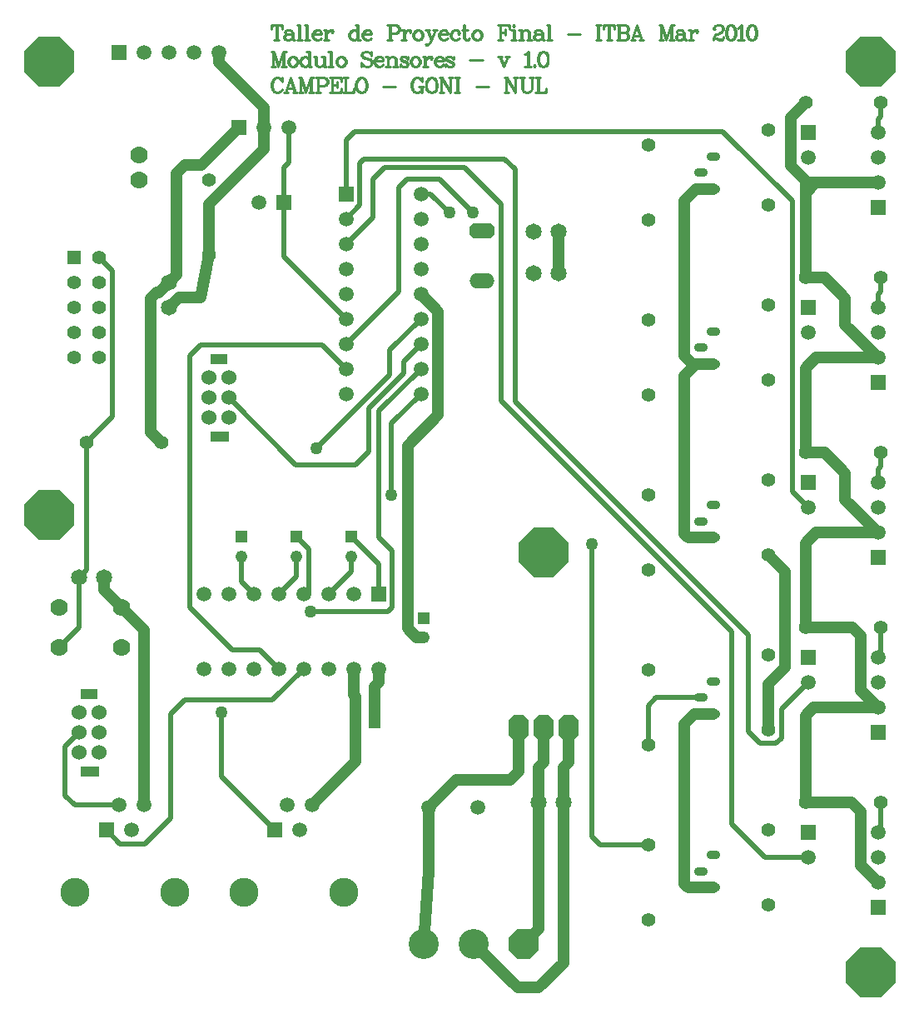
<source format=gtl>
%FSLAX23Y23*%
%MOIN*%
G70*
G01*
G75*
G04 Layer_Physical_Order=1*
G04 Layer_Color=255*
%ADD10C,0.047*%
%ADD11C,0.020*%
%ADD12C,0.010*%
%ADD13C,0.055*%
%ADD14R,0.059X0.059*%
%ADD15C,0.059*%
%ADD16C,0.070*%
%ADD17R,0.059X0.059*%
%ADD18C,0.065*%
%ADD19C,0.120*%
%ADD20P,0.130X8X202.5*%
%ADD21C,0.060*%
G04:AMPARAMS|DCode=22|XSize=80mil|YSize=100mil|CornerRadius=0mil|HoleSize=0mil|Usage=FLASHONLY|Rotation=0.000|XOffset=0mil|YOffset=0mil|HoleType=Round|Shape=Octagon|*
%AMOCTAGOND22*
4,1,8,-0.020,0.050,0.020,0.050,0.040,0.030,0.040,-0.030,0.020,-0.050,-0.020,-0.050,-0.040,-0.030,-0.040,0.030,-0.020,0.050,0.0*
%
%ADD22OCTAGOND22*%

%ADD23P,0.213X8X22.5*%
%ADD24C,0.059*%
%ADD25C,0.116*%
%ADD26R,0.059X0.059*%
%ADD27C,0.049*%
%ADD28R,0.049X0.049*%
%ADD29R,0.049X0.049*%
%ADD30O,0.100X0.060*%
G04:AMPARAMS|DCode=31|XSize=100mil|YSize=60mil|CornerRadius=0mil|HoleSize=0mil|Usage=FLASHONLY|Rotation=0.000|XOffset=0mil|YOffset=0mil|HoleType=Round|Shape=Octagon|*
%AMOCTAGOND31*
4,1,8,0.050,-0.015,0.050,0.015,0.035,0.030,-0.035,0.030,-0.050,0.015,-0.050,-0.015,-0.035,-0.030,0.035,-0.030,0.050,-0.015,0.0*
%
%ADD31OCTAGOND31*%

%ADD32R,0.055X0.055*%
%ADD33C,0.055*%
%ADD34O,0.055X0.035*%
%ADD35P,0.216X8X22.5*%
%ADD36C,0.050*%
%ADD37R,0.070X0.040*%
%ADD38R,0.075X0.040*%
D10*
X4175Y4324D02*
X4192Y4340D01*
X4091Y4408D02*
X4175Y4324D01*
X4192Y4340D02*
X4440D01*
X4150Y4298D02*
X4175Y4324D01*
X4150Y4298D02*
Y4340D01*
X4440D01*
X3712Y3615D02*
X3780D01*
X3697D02*
X3712D01*
X3664Y3567D02*
X3712Y3615D01*
X1340Y2710D02*
Y2760D01*
Y2710D02*
X1410Y2640D01*
X1500Y1850D02*
Y2550D01*
X1410Y2640D02*
X1500Y2550D01*
X3080Y1355D02*
Y1860D01*
X3020Y1296D02*
X3080Y1355D01*
X3160Y4017D02*
Y4145D01*
X3160Y4016D02*
X3160Y4017D01*
X3160Y3977D02*
Y4016D01*
X1600Y3840D02*
X1640Y3880D01*
X1728D01*
X1760Y4050D01*
X1980Y4474D02*
Y4560D01*
X1760Y4254D02*
X1980Y4474D01*
X1760Y4050D02*
Y4254D01*
X4091Y4601D02*
X4150Y4660D01*
X4091Y4408D02*
Y4601D01*
X2640Y1587D02*
Y1840D01*
X2621Y1296D02*
X2640Y1587D01*
X1730Y4410D02*
X1880Y4560D01*
X1664Y4410D02*
X1730D01*
X1632Y4378D02*
X1664Y4410D01*
X1632Y3972D02*
Y4378D01*
X1600Y3940D02*
X1632Y3972D01*
X2424Y2180D02*
Y2326D01*
X2440Y2341D01*
Y2395D01*
X4000Y2150D02*
Y2335D01*
X4067Y2402D01*
Y2783D01*
X4000Y2850D02*
X4067Y2783D01*
X4192Y3640D02*
X4440D01*
X4150Y3598D02*
X4192Y3640D01*
X4150Y3260D02*
Y3598D01*
X2592Y2521D02*
X2620D01*
X2556Y2557D02*
X2592Y2521D01*
X2556Y2557D02*
Y3289D01*
X2679Y3412D01*
Y3826D01*
X2610Y3895D02*
X2679Y3826D01*
X2820Y1296D02*
X2996Y1120D01*
X3082D01*
X3180Y1218D01*
Y1860D01*
X3000Y1984D02*
Y2160D01*
X2968Y1952D02*
X3000Y1984D01*
X2752Y1952D02*
X2968D01*
X2640Y1840D02*
X2752Y1952D01*
X4371Y1609D02*
X4440Y1540D01*
X4371Y1609D02*
Y1824D01*
X4335Y1860D02*
X4371Y1824D01*
X4150Y1860D02*
X4335D01*
X4371Y2309D02*
X4440Y2240D01*
X4371Y2309D02*
Y2528D01*
X4339Y2560D02*
X4371Y2528D01*
X4150Y2560D02*
X4339D01*
X4309Y3771D02*
X4440Y3640D01*
X4309Y3771D02*
Y3878D01*
X4227Y3960D02*
X4309Y3878D01*
X4150Y3960D02*
X4227D01*
X4309Y3071D02*
X4440Y2940D01*
X4309Y3071D02*
Y3178D01*
X4227Y3260D02*
X4309Y3178D01*
X4150Y3260D02*
X4227D01*
X4150Y3960D02*
Y4298D01*
Y1860D02*
Y2208D01*
X4182Y2240D01*
X4440D01*
X4150Y2560D02*
Y2898D01*
X4192Y2940D01*
X4440D01*
X1980Y4560D02*
Y4641D01*
X1800Y4821D02*
X1980Y4641D01*
X1800Y4821D02*
Y4860D01*
X2175Y1852D02*
X2346Y2023D01*
Y2180D01*
X1529Y3341D02*
X1570Y3300D01*
X1529Y3341D02*
Y3877D01*
X1552Y3900D01*
X1560D01*
X1600Y3940D01*
X3712Y4315D02*
X3780D01*
X3664Y4267D02*
X3712Y4315D01*
X3664Y3648D02*
Y4267D01*
Y3648D02*
X3697Y3615D01*
X3680Y1520D02*
X3780D01*
X3664Y1536D02*
X3680Y1520D01*
X3664Y1536D02*
Y2176D01*
X3703Y2215D01*
X3780D01*
X3680Y2920D02*
X3780D01*
X3664Y2936D02*
X3680Y2920D01*
X3664Y2936D02*
Y3567D01*
X3712Y3615D02*
X3780D01*
X2340Y2290D02*
Y2395D01*
Y2290D02*
X2346Y2284D01*
Y2180D02*
Y2284D01*
X3100Y2020D02*
Y2160D01*
X3080Y2000D02*
X3100Y2020D01*
X3080Y1860D02*
Y2000D01*
X3200Y2020D02*
Y2160D01*
X3180Y2000D02*
X3200Y2020D01*
X3180Y1860D02*
Y2000D01*
D11*
X2160Y2695D02*
Y2874D01*
X3328Y1690D02*
X3520D01*
X3295Y1723D02*
X3328Y1690D01*
X3295Y1723D02*
Y2895D01*
X2492Y3090D02*
Y3377D01*
X2610Y3495D01*
X2684Y4354D02*
X2817Y4221D01*
X2555Y4354D02*
X2684D01*
X2521Y4320D02*
X2555Y4354D01*
X2521Y3906D02*
Y4320D01*
X2310Y3695D02*
X2521Y3906D01*
X2310Y4295D02*
Y4512D01*
X2344Y4546D01*
X3819D01*
X4097Y4268D01*
Y3103D02*
Y4268D01*
Y3103D02*
X4160Y3040D01*
X1811Y1966D02*
X2025Y1752D01*
X1811Y1966D02*
Y2220D01*
X2169Y2624D02*
X2479D01*
X2495Y2640D01*
Y2868D01*
X2442Y2921D02*
X2495Y2868D01*
X2442Y2921D02*
Y3427D01*
X2610Y3595D01*
X1890Y2745D02*
Y2846D01*
Y2745D02*
X1940Y2695D01*
X2110Y2765D02*
Y2846D01*
X2040Y2695D02*
X2110Y2765D01*
X1270Y2790D02*
Y3300D01*
X1240Y2760D02*
X1270Y2790D01*
X1240Y2560D02*
Y2760D01*
X1160Y2480D02*
X1240Y2560D01*
X2192Y3279D02*
X2485Y3572D01*
Y3670D01*
X2610Y3795D01*
X1350Y1750D02*
X1405Y1695D01*
X1505D01*
X1607Y1797D01*
Y2213D01*
X1664Y2270D01*
X2015D01*
X2140Y2395D01*
X2610Y4295D02*
X2649D01*
X2723Y4221D01*
X3988Y1640D02*
X4160D01*
X3855Y1773D02*
X3988Y1640D01*
X3855Y1773D02*
Y2544D01*
X2930Y3469D02*
X3855Y2544D01*
X2930Y3469D02*
Y4255D01*
X2785Y4400D02*
X2930Y4255D01*
X2464Y4400D02*
X2785D01*
X2417Y4353D02*
X2464Y4400D01*
X2417Y4202D02*
Y4353D01*
X2310Y4095D02*
X2417Y4202D01*
X4053Y2233D02*
X4160Y2340D01*
X4053Y2118D02*
Y2233D01*
X4032Y2097D02*
X4053Y2118D01*
X3968Y2097D02*
X4032D01*
X3921Y2144D02*
X3968Y2097D01*
X3921Y2144D02*
Y2531D01*
X2986Y3466D02*
X3921Y2531D01*
X2986Y3466D02*
Y4393D01*
X2944Y4435D02*
X2986Y4393D01*
X2382Y4435D02*
X2944D01*
X2365Y4418D02*
X2382Y4435D01*
X2365Y4250D02*
Y4418D01*
X2310Y4195D02*
X2365Y4250D01*
X2541Y3626D02*
X2610Y3695D01*
X2541Y3579D02*
Y3626D01*
X2400Y3437D02*
X2541Y3579D01*
X2400Y3264D02*
Y3437D01*
X2347Y3211D02*
X2400Y3264D01*
X2109Y3211D02*
X2347D01*
X1840Y3480D02*
X2109Y3211D01*
X1965Y2470D02*
X2040Y2395D01*
X1855Y2470D02*
X1965D01*
X1685Y2640D02*
X1855Y2470D01*
X1685Y2640D02*
Y3648D01*
X1728Y3691D01*
X2214D01*
X2310Y3595D01*
X3520Y2090D02*
Y2248D01*
X3552Y2280D01*
X3730D01*
X4440Y1740D02*
X4450Y1750D01*
Y1860D01*
X4440Y2440D02*
X4450Y2450D01*
Y2560D01*
X2240Y2695D02*
X2330Y2785D01*
Y2846D01*
X1223Y1850D02*
X1400D01*
X1185Y1888D02*
X1223Y1850D01*
X1185Y1888D02*
Y2085D01*
X1240Y2140D01*
X2060Y4045D02*
Y4260D01*
Y4045D02*
X2310Y3795D01*
X2330Y2924D02*
X2440Y2814D01*
Y2695D02*
Y2814D01*
X2140Y2695D02*
X2160D01*
X2110Y2924D02*
X2160Y2874D01*
X1270Y3300D02*
X1373Y3403D01*
Y3987D01*
X1320Y4040D02*
X1373Y3987D01*
X2080Y4420D02*
Y4560D01*
X2060Y4400D02*
X2080Y4420D01*
X2060Y4260D02*
Y4400D01*
X4450Y4605D02*
Y4660D01*
X4440Y4595D02*
X4450Y4605D01*
X4440Y4540D02*
Y4595D01*
X4450Y3905D02*
Y3960D01*
X4440Y3895D02*
X4450Y3905D01*
X4440Y3840D02*
Y3895D01*
X4450Y3205D02*
Y3260D01*
X4440Y3195D02*
X4450Y3205D01*
X4440Y3140D02*
Y3195D01*
D12*
X2030Y4970D02*
Y4910D01*
X2033Y4970D02*
Y4910D01*
X2013Y4970D02*
X2010Y4953D01*
Y4970D01*
X2053D01*
Y4953D01*
X2050Y4970D01*
X2021Y4910D02*
X2041D01*
X2067Y4944D02*
Y4941D01*
X2064D01*
Y4944D01*
X2067Y4947D01*
X2073Y4950D01*
X2084D01*
X2090Y4947D01*
X2093Y4944D01*
X2096Y4939D01*
Y4919D01*
X2099Y4913D01*
X2101Y4910D01*
X2093Y4944D02*
Y4919D01*
X2096Y4913D01*
X2101Y4910D01*
X2104D01*
X2093Y4939D02*
X2090Y4936D01*
X2073Y4933D01*
X2064Y4930D01*
X2061Y4924D01*
Y4919D01*
X2064Y4913D01*
X2073Y4910D01*
X2081D01*
X2087Y4913D01*
X2093Y4919D01*
X2073Y4933D02*
X2067Y4930D01*
X2064Y4924D01*
Y4919D01*
X2067Y4913D01*
X2073Y4910D01*
X2121Y4970D02*
Y4910D01*
X2124Y4970D02*
Y4910D01*
X2113Y4970D02*
X2124D01*
X2113Y4910D02*
X2133D01*
X2152Y4970D02*
Y4910D01*
X2155Y4970D02*
Y4910D01*
X2144Y4970D02*
X2155D01*
X2144Y4910D02*
X2164D01*
X2177Y4933D02*
X2212D01*
Y4939D01*
X2209Y4944D01*
X2206Y4947D01*
X2200Y4950D01*
X2192D01*
X2183Y4947D01*
X2177Y4941D01*
X2175Y4933D01*
Y4927D01*
X2177Y4919D01*
X2183Y4913D01*
X2192Y4910D01*
X2197D01*
X2206Y4913D01*
X2212Y4919D01*
X2209Y4933D02*
Y4941D01*
X2206Y4947D01*
X2192Y4950D02*
X2186Y4947D01*
X2180Y4941D01*
X2177Y4933D01*
Y4927D01*
X2180Y4919D01*
X2186Y4913D01*
X2192Y4910D01*
X2229Y4950D02*
Y4910D01*
X2232Y4950D02*
Y4910D01*
Y4933D02*
X2235Y4941D01*
X2241Y4947D01*
X2247Y4950D01*
X2255D01*
X2258Y4947D01*
Y4944D01*
X2255Y4941D01*
X2252Y4944D01*
X2255Y4947D01*
X2221Y4950D02*
X2232D01*
X2221Y4910D02*
X2241D01*
X2355Y4970D02*
Y4910D01*
X2358Y4970D02*
Y4910D01*
X2355Y4941D02*
X2350Y4947D01*
X2344Y4950D01*
X2338D01*
X2330Y4947D01*
X2324Y4941D01*
X2321Y4933D01*
Y4927D01*
X2324Y4919D01*
X2330Y4913D01*
X2338Y4910D01*
X2344D01*
X2350Y4913D01*
X2355Y4919D01*
X2338Y4950D02*
X2333Y4947D01*
X2327Y4941D01*
X2324Y4933D01*
Y4927D01*
X2327Y4919D01*
X2333Y4913D01*
X2338Y4910D01*
X2347Y4970D02*
X2358D01*
X2355Y4910D02*
X2367D01*
X2378Y4933D02*
X2412D01*
Y4939D01*
X2409Y4944D01*
X2406Y4947D01*
X2401Y4950D01*
X2392D01*
X2384Y4947D01*
X2378Y4941D01*
X2375Y4933D01*
Y4927D01*
X2378Y4919D01*
X2384Y4913D01*
X2392Y4910D01*
X2398D01*
X2406Y4913D01*
X2412Y4919D01*
X2409Y4933D02*
Y4941D01*
X2406Y4947D01*
X2392Y4950D02*
X2386Y4947D01*
X2381Y4941D01*
X2378Y4933D01*
Y4927D01*
X2381Y4919D01*
X2386Y4913D01*
X2392Y4910D01*
X2484Y4970D02*
Y4910D01*
X2487Y4970D02*
Y4910D01*
X2475Y4970D02*
X2510D01*
X2518Y4967D01*
X2521Y4964D01*
X2524Y4959D01*
Y4950D01*
X2521Y4944D01*
X2518Y4941D01*
X2510Y4939D01*
X2487D01*
X2510Y4970D02*
X2515Y4967D01*
X2518Y4964D01*
X2521Y4959D01*
Y4950D01*
X2518Y4944D01*
X2515Y4941D01*
X2510Y4939D01*
X2475Y4910D02*
X2495D01*
X2540Y4950D02*
Y4910D01*
X2543Y4950D02*
Y4910D01*
Y4933D02*
X2546Y4941D01*
X2552Y4947D01*
X2558Y4950D01*
X2566D01*
X2569Y4947D01*
Y4944D01*
X2566Y4941D01*
X2563Y4944D01*
X2566Y4947D01*
X2532Y4950D02*
X2543D01*
X2532Y4910D02*
X2552D01*
X2595Y4950D02*
X2587Y4947D01*
X2581Y4941D01*
X2578Y4933D01*
Y4927D01*
X2581Y4919D01*
X2587Y4913D01*
X2595Y4910D01*
X2601D01*
X2610Y4913D01*
X2615Y4919D01*
X2618Y4927D01*
Y4933D01*
X2615Y4941D01*
X2610Y4947D01*
X2601Y4950D01*
X2595D01*
X2590Y4947D01*
X2584Y4941D01*
X2581Y4933D01*
Y4927D01*
X2584Y4919D01*
X2590Y4913D01*
X2595Y4910D01*
X2601D02*
X2607Y4913D01*
X2612Y4919D01*
X2615Y4927D01*
Y4933D01*
X2612Y4941D01*
X2607Y4947D01*
X2601Y4950D01*
X2633D02*
X2650Y4910D01*
X2636Y4950D02*
X2650Y4916D01*
X2667Y4950D02*
X2650Y4910D01*
X2644Y4899D01*
X2638Y4893D01*
X2633Y4890D01*
X2630D01*
X2627Y4893D01*
X2630Y4896D01*
X2633Y4893D01*
X2627Y4950D02*
X2644D01*
X2656D02*
X2673D01*
X2684Y4933D02*
X2718D01*
Y4939D01*
X2715Y4944D01*
X2712Y4947D01*
X2707Y4950D01*
X2698D01*
X2690Y4947D01*
X2684Y4941D01*
X2681Y4933D01*
Y4927D01*
X2684Y4919D01*
X2690Y4913D01*
X2698Y4910D01*
X2704D01*
X2712Y4913D01*
X2718Y4919D01*
X2715Y4933D02*
Y4941D01*
X2712Y4947D01*
X2698Y4950D02*
X2692Y4947D01*
X2687Y4941D01*
X2684Y4933D01*
Y4927D01*
X2687Y4919D01*
X2692Y4913D01*
X2698Y4910D01*
X2762Y4941D02*
X2759Y4939D01*
X2762Y4936D01*
X2764Y4939D01*
Y4941D01*
X2759Y4947D01*
X2753Y4950D01*
X2744D01*
X2736Y4947D01*
X2730Y4941D01*
X2727Y4933D01*
Y4927D01*
X2730Y4919D01*
X2736Y4913D01*
X2744Y4910D01*
X2750D01*
X2759Y4913D01*
X2764Y4919D01*
X2744Y4950D02*
X2739Y4947D01*
X2733Y4941D01*
X2730Y4933D01*
Y4927D01*
X2733Y4919D01*
X2739Y4913D01*
X2744Y4910D01*
X2791D02*
X2788Y4913D01*
X2785Y4921D01*
Y4970D01*
X2782D01*
Y4921D01*
X2785Y4913D01*
X2791Y4910D01*
X2796D01*
X2802Y4913D01*
X2805Y4919D01*
X2774Y4950D02*
X2796D01*
X2832D02*
X2823Y4947D01*
X2818Y4941D01*
X2815Y4933D01*
Y4927D01*
X2818Y4919D01*
X2823Y4913D01*
X2832Y4910D01*
X2838D01*
X2846Y4913D01*
X2852Y4919D01*
X2855Y4927D01*
Y4933D01*
X2852Y4941D01*
X2846Y4947D01*
X2838Y4950D01*
X2832D01*
X2826Y4947D01*
X2820Y4941D01*
X2818Y4933D01*
Y4927D01*
X2820Y4919D01*
X2826Y4913D01*
X2832Y4910D01*
X2838D02*
X2843Y4913D01*
X2849Y4919D01*
X2852Y4927D01*
Y4933D01*
X2849Y4941D01*
X2843Y4947D01*
X2838Y4950D01*
X2926Y4970D02*
Y4910D01*
X2929Y4970D02*
Y4910D01*
X2946Y4953D02*
Y4930D01*
X2918Y4970D02*
X2963D01*
Y4953D01*
X2960Y4970D01*
X2929Y4941D02*
X2946D01*
X2918Y4910D02*
X2938D01*
X2980Y4970D02*
X2977Y4967D01*
X2980Y4964D01*
X2983Y4967D01*
X2980Y4970D01*
Y4950D02*
Y4910D01*
X2983Y4950D02*
Y4910D01*
X2972Y4950D02*
X2983D01*
X2972Y4910D02*
X2992D01*
X3011Y4950D02*
Y4910D01*
X3014Y4950D02*
Y4910D01*
Y4941D02*
X3019Y4947D01*
X3028Y4950D01*
X3034D01*
X3042Y4947D01*
X3045Y4941D01*
Y4910D01*
X3034Y4950D02*
X3039Y4947D01*
X3042Y4941D01*
Y4910D01*
X3002Y4950D02*
X3014D01*
X3002Y4910D02*
X3022D01*
X3034D02*
X3054D01*
X3067Y4944D02*
Y4941D01*
X3064D01*
Y4944D01*
X3067Y4947D01*
X3073Y4950D01*
X3084D01*
X3090Y4947D01*
X3093Y4944D01*
X3096Y4939D01*
Y4919D01*
X3099Y4913D01*
X3101Y4910D01*
X3093Y4944D02*
Y4919D01*
X3096Y4913D01*
X3101Y4910D01*
X3104D01*
X3093Y4939D02*
X3090Y4936D01*
X3073Y4933D01*
X3064Y4930D01*
X3061Y4924D01*
Y4919D01*
X3064Y4913D01*
X3073Y4910D01*
X3081D01*
X3087Y4913D01*
X3093Y4919D01*
X3073Y4933D02*
X3067Y4930D01*
X3064Y4924D01*
Y4919D01*
X3067Y4913D01*
X3073Y4910D01*
X3121Y4970D02*
Y4910D01*
X3124Y4970D02*
Y4910D01*
X3113Y4970D02*
X3124D01*
X3113Y4910D02*
X3133D01*
X3198Y4936D02*
X3249D01*
X3319Y4970D02*
Y4910D01*
X3322Y4970D02*
Y4910D01*
X3311Y4970D02*
X3331D01*
X3311Y4910D02*
X3331D01*
X3362Y4970D02*
Y4910D01*
X3365Y4970D02*
Y4910D01*
X3345Y4970D02*
X3342Y4953D01*
Y4970D01*
X3385D01*
Y4953D01*
X3382Y4970D01*
X3353Y4910D02*
X3373D01*
X3402Y4970D02*
Y4910D01*
X3405Y4970D02*
Y4910D01*
X3393Y4970D02*
X3427D01*
X3436Y4967D01*
X3439Y4964D01*
X3442Y4959D01*
Y4953D01*
X3439Y4947D01*
X3436Y4944D01*
X3427Y4941D01*
Y4970D02*
X3433Y4967D01*
X3436Y4964D01*
X3439Y4959D01*
Y4953D01*
X3436Y4947D01*
X3433Y4944D01*
X3427Y4941D01*
X3405D02*
X3427D01*
X3436Y4939D01*
X3439Y4936D01*
X3442Y4930D01*
Y4921D01*
X3439Y4916D01*
X3436Y4913D01*
X3427Y4910D01*
X3393D01*
X3427Y4941D02*
X3433Y4939D01*
X3436Y4936D01*
X3439Y4930D01*
Y4921D01*
X3436Y4916D01*
X3433Y4913D01*
X3427Y4910D01*
X3475Y4970D02*
X3455Y4910D01*
X3475Y4970D02*
X3495Y4910D01*
X3475Y4961D02*
X3493Y4910D01*
X3461Y4927D02*
X3487D01*
X3450Y4910D02*
X3467D01*
X3484D02*
X3501D01*
X3571Y4970D02*
Y4910D01*
X3574Y4970D02*
X3591Y4919D01*
X3571Y4970D02*
X3591Y4910D01*
X3611Y4970D02*
X3591Y4910D01*
X3611Y4970D02*
Y4910D01*
X3614Y4970D02*
Y4910D01*
X3563Y4970D02*
X3574D01*
X3611D02*
X3623D01*
X3563Y4910D02*
X3580D01*
X3603D02*
X3623D01*
X3635Y4944D02*
Y4941D01*
X3633D01*
Y4944D01*
X3635Y4947D01*
X3641Y4950D01*
X3653D01*
X3658Y4947D01*
X3661Y4944D01*
X3664Y4939D01*
Y4919D01*
X3667Y4913D01*
X3670Y4910D01*
X3661Y4944D02*
Y4919D01*
X3664Y4913D01*
X3670Y4910D01*
X3673D01*
X3661Y4939D02*
X3658Y4936D01*
X3641Y4933D01*
X3633Y4930D01*
X3630Y4924D01*
Y4919D01*
X3633Y4913D01*
X3641Y4910D01*
X3650D01*
X3655Y4913D01*
X3661Y4919D01*
X3641Y4933D02*
X3635Y4930D01*
X3633Y4924D01*
Y4919D01*
X3635Y4913D01*
X3641Y4910D01*
X3690Y4950D02*
Y4910D01*
X3692Y4950D02*
Y4910D01*
Y4933D02*
X3695Y4941D01*
X3701Y4947D01*
X3707Y4950D01*
X3715D01*
X3718Y4947D01*
Y4944D01*
X3715Y4941D01*
X3712Y4944D01*
X3715Y4947D01*
X3681Y4950D02*
X3692D01*
X3681Y4910D02*
X3701D01*
X3784Y4959D02*
X3787Y4956D01*
X3784Y4953D01*
X3781Y4956D01*
Y4959D01*
X3784Y4964D01*
X3787Y4967D01*
X3796Y4970D01*
X3807D01*
X3816Y4967D01*
X3818Y4964D01*
X3821Y4959D01*
Y4953D01*
X3818Y4947D01*
X3810Y4941D01*
X3796Y4936D01*
X3790Y4933D01*
X3784Y4927D01*
X3781Y4919D01*
Y4910D01*
X3807Y4970D02*
X3813Y4967D01*
X3816Y4964D01*
X3818Y4959D01*
Y4953D01*
X3816Y4947D01*
X3807Y4941D01*
X3796Y4936D01*
X3781Y4916D02*
X3784Y4919D01*
X3790D01*
X3804Y4913D01*
X3813D01*
X3818Y4916D01*
X3821Y4919D01*
Y4924D01*
X3790Y4919D02*
X3804Y4910D01*
X3816D01*
X3818Y4913D01*
X3821Y4919D01*
X3847Y4970D02*
X3839Y4967D01*
X3833Y4959D01*
X3830Y4944D01*
Y4936D01*
X3833Y4921D01*
X3839Y4913D01*
X3847Y4910D01*
X3853D01*
X3862Y4913D01*
X3867Y4921D01*
X3870Y4936D01*
Y4944D01*
X3867Y4959D01*
X3862Y4967D01*
X3853Y4970D01*
X3847D01*
X3842Y4967D01*
X3839Y4964D01*
X3836Y4959D01*
X3833Y4944D01*
Y4936D01*
X3836Y4921D01*
X3839Y4916D01*
X3842Y4913D01*
X3847Y4910D01*
X3853D02*
X3859Y4913D01*
X3862Y4916D01*
X3864Y4921D01*
X3867Y4936D01*
Y4944D01*
X3864Y4959D01*
X3862Y4964D01*
X3859Y4967D01*
X3853Y4970D01*
X3879Y4959D02*
X3885Y4961D01*
X3893Y4970D01*
Y4910D01*
X3890Y4967D02*
Y4910D01*
X3879D02*
X3905D01*
X3932Y4970D02*
X3924Y4967D01*
X3918Y4959D01*
X3915Y4944D01*
Y4936D01*
X3918Y4921D01*
X3924Y4913D01*
X3932Y4910D01*
X3938D01*
X3946Y4913D01*
X3952Y4921D01*
X3955Y4936D01*
Y4944D01*
X3952Y4959D01*
X3946Y4967D01*
X3938Y4970D01*
X3932D01*
X3926Y4967D01*
X3924Y4964D01*
X3921Y4959D01*
X3918Y4944D01*
Y4936D01*
X3921Y4921D01*
X3924Y4916D01*
X3926Y4913D01*
X3932Y4910D01*
X3938D02*
X3944Y4913D01*
X3946Y4916D01*
X3949Y4921D01*
X3952Y4936D01*
Y4944D01*
X3949Y4959D01*
X3946Y4964D01*
X3944Y4967D01*
X3938Y4970D01*
X2019Y4865D02*
Y4805D01*
X2021Y4865D02*
X2039Y4814D01*
X2019Y4865D02*
X2039Y4805D01*
X2059Y4865D02*
X2039Y4805D01*
X2059Y4865D02*
Y4805D01*
X2061Y4865D02*
Y4805D01*
X2010Y4865D02*
X2021D01*
X2059D02*
X2070D01*
X2010Y4805D02*
X2027D01*
X2050D02*
X2070D01*
X2094Y4845D02*
X2085Y4842D01*
X2080Y4836D01*
X2077Y4828D01*
Y4822D01*
X2080Y4814D01*
X2085Y4808D01*
X2094Y4805D01*
X2100D01*
X2108Y4808D01*
X2114Y4814D01*
X2117Y4822D01*
Y4828D01*
X2114Y4836D01*
X2108Y4842D01*
X2100Y4845D01*
X2094D01*
X2088Y4842D01*
X2083Y4836D01*
X2080Y4828D01*
Y4822D01*
X2083Y4814D01*
X2088Y4808D01*
X2094Y4805D01*
X2100D02*
X2105Y4808D01*
X2111Y4814D01*
X2114Y4822D01*
Y4828D01*
X2111Y4836D01*
X2105Y4842D01*
X2100Y4845D01*
X2160Y4865D02*
Y4805D01*
X2163Y4865D02*
Y4805D01*
X2160Y4836D02*
X2154Y4842D01*
X2149Y4845D01*
X2143D01*
X2134Y4842D01*
X2129Y4836D01*
X2126Y4828D01*
Y4822D01*
X2129Y4814D01*
X2134Y4808D01*
X2143Y4805D01*
X2149D01*
X2154Y4808D01*
X2160Y4814D01*
X2143Y4845D02*
X2137Y4842D01*
X2131Y4836D01*
X2129Y4828D01*
Y4822D01*
X2131Y4814D01*
X2137Y4808D01*
X2143Y4805D01*
X2151Y4865D02*
X2163D01*
X2160Y4805D02*
X2171D01*
X2188Y4845D02*
Y4814D01*
X2191Y4808D01*
X2200Y4805D01*
X2205D01*
X2214Y4808D01*
X2220Y4814D01*
X2191Y4845D02*
Y4814D01*
X2194Y4808D01*
X2200Y4805D01*
X2220Y4845D02*
Y4805D01*
X2223Y4845D02*
Y4805D01*
X2180Y4845D02*
X2191D01*
X2211D02*
X2223D01*
X2220Y4805D02*
X2231D01*
X2247Y4865D02*
Y4805D01*
X2250Y4865D02*
Y4805D01*
X2239Y4865D02*
X2250D01*
X2239Y4805D02*
X2259D01*
X2287Y4845D02*
X2278Y4842D01*
X2273Y4836D01*
X2270Y4828D01*
Y4822D01*
X2273Y4814D01*
X2278Y4808D01*
X2287Y4805D01*
X2293D01*
X2301Y4808D01*
X2307Y4814D01*
X2310Y4822D01*
Y4828D01*
X2307Y4836D01*
X2301Y4842D01*
X2293Y4845D01*
X2287D01*
X2281Y4842D01*
X2275Y4836D01*
X2273Y4828D01*
Y4822D01*
X2275Y4814D01*
X2281Y4808D01*
X2287Y4805D01*
X2293D02*
X2298Y4808D01*
X2304Y4814D01*
X2307Y4822D01*
Y4828D01*
X2304Y4836D01*
X2298Y4842D01*
X2293Y4845D01*
X2410Y4856D02*
X2412Y4865D01*
Y4848D01*
X2410Y4856D01*
X2404Y4862D01*
X2395Y4865D01*
X2387D01*
X2378Y4862D01*
X2372Y4856D01*
Y4851D01*
X2375Y4845D01*
X2378Y4842D01*
X2384Y4839D01*
X2401Y4834D01*
X2407Y4831D01*
X2412Y4825D01*
X2372Y4851D02*
X2378Y4845D01*
X2384Y4842D01*
X2401Y4836D01*
X2407Y4834D01*
X2410Y4831D01*
X2412Y4825D01*
Y4814D01*
X2407Y4808D01*
X2398Y4805D01*
X2390D01*
X2381Y4808D01*
X2375Y4814D01*
X2372Y4822D01*
Y4805D01*
X2375Y4814D01*
X2424Y4828D02*
X2458D01*
Y4834D01*
X2456Y4839D01*
X2453Y4842D01*
X2447Y4845D01*
X2438D01*
X2430Y4842D01*
X2424Y4836D01*
X2421Y4828D01*
Y4822D01*
X2424Y4814D01*
X2430Y4808D01*
X2438Y4805D01*
X2444D01*
X2453Y4808D01*
X2458Y4814D01*
X2456Y4828D02*
Y4836D01*
X2453Y4842D01*
X2438Y4845D02*
X2433Y4842D01*
X2427Y4836D01*
X2424Y4828D01*
Y4822D01*
X2427Y4814D01*
X2433Y4808D01*
X2438Y4805D01*
X2476Y4845D02*
Y4805D01*
X2479Y4845D02*
Y4805D01*
Y4836D02*
X2485Y4842D01*
X2493Y4845D01*
X2499D01*
X2508Y4842D01*
X2510Y4836D01*
Y4805D01*
X2499Y4845D02*
X2505Y4842D01*
X2508Y4836D01*
Y4805D01*
X2468Y4845D02*
X2479D01*
X2468Y4805D02*
X2488D01*
X2499D02*
X2519D01*
X2555Y4839D02*
X2558Y4845D01*
Y4834D01*
X2555Y4839D01*
X2552Y4842D01*
X2547Y4845D01*
X2535D01*
X2530Y4842D01*
X2527Y4839D01*
Y4834D01*
X2530Y4831D01*
X2535Y4828D01*
X2550Y4822D01*
X2555Y4819D01*
X2558Y4816D01*
X2527Y4836D02*
X2530Y4834D01*
X2535Y4831D01*
X2550Y4825D01*
X2555Y4822D01*
X2558Y4819D01*
Y4811D01*
X2555Y4808D01*
X2550Y4805D01*
X2538D01*
X2532Y4808D01*
X2530Y4811D01*
X2527Y4816D01*
Y4805D01*
X2530Y4811D01*
X2585Y4845D02*
X2576Y4842D01*
X2571Y4836D01*
X2568Y4828D01*
Y4822D01*
X2571Y4814D01*
X2576Y4808D01*
X2585Y4805D01*
X2591D01*
X2599Y4808D01*
X2605Y4814D01*
X2608Y4822D01*
Y4828D01*
X2605Y4836D01*
X2599Y4842D01*
X2591Y4845D01*
X2585D01*
X2579Y4842D01*
X2574Y4836D01*
X2571Y4828D01*
Y4822D01*
X2574Y4814D01*
X2579Y4808D01*
X2585Y4805D01*
X2591D02*
X2596Y4808D01*
X2602Y4814D01*
X2605Y4822D01*
Y4828D01*
X2602Y4836D01*
X2596Y4842D01*
X2591Y4845D01*
X2625D02*
Y4805D01*
X2628Y4845D02*
Y4805D01*
Y4828D02*
X2631Y4836D01*
X2637Y4842D01*
X2642Y4845D01*
X2651D01*
X2654Y4842D01*
Y4839D01*
X2651Y4836D01*
X2648Y4839D01*
X2651Y4842D01*
X2617Y4845D02*
X2628D01*
X2617Y4805D02*
X2637D01*
X2666Y4828D02*
X2700D01*
Y4834D01*
X2697Y4839D01*
X2694Y4842D01*
X2689Y4845D01*
X2680D01*
X2672Y4842D01*
X2666Y4836D01*
X2663Y4828D01*
Y4822D01*
X2666Y4814D01*
X2672Y4808D01*
X2680Y4805D01*
X2686D01*
X2694Y4808D01*
X2700Y4814D01*
X2697Y4828D02*
Y4836D01*
X2694Y4842D01*
X2680Y4845D02*
X2674Y4842D01*
X2669Y4836D01*
X2666Y4828D01*
Y4822D01*
X2669Y4814D01*
X2674Y4808D01*
X2680Y4805D01*
X2738Y4839D02*
X2741Y4845D01*
Y4834D01*
X2738Y4839D01*
X2735Y4842D01*
X2729Y4845D01*
X2718D01*
X2712Y4842D01*
X2709Y4839D01*
Y4834D01*
X2712Y4831D01*
X2718Y4828D01*
X2732Y4822D01*
X2738Y4819D01*
X2741Y4816D01*
X2709Y4836D02*
X2712Y4834D01*
X2718Y4831D01*
X2732Y4825D01*
X2738Y4822D01*
X2741Y4819D01*
Y4811D01*
X2738Y4808D01*
X2732Y4805D01*
X2721D01*
X2715Y4808D01*
X2712Y4811D01*
X2709Y4816D01*
Y4805D01*
X2712Y4811D01*
X2804Y4831D02*
X2856D01*
X2923Y4845D02*
X2940Y4805D01*
X2926Y4845D02*
X2940Y4811D01*
X2958Y4845D02*
X2940Y4805D01*
X2918Y4845D02*
X2935D01*
X2946D02*
X2963D01*
X3025Y4854D02*
X3031Y4856D01*
X3040Y4865D01*
Y4805D01*
X3037Y4862D02*
Y4805D01*
X3025D02*
X3051D01*
X3064Y4811D02*
X3061Y4808D01*
X3064Y4805D01*
X3067Y4808D01*
X3064Y4811D01*
X3097Y4865D02*
X3088Y4862D01*
X3082Y4854D01*
X3079Y4839D01*
Y4831D01*
X3082Y4816D01*
X3088Y4808D01*
X3097Y4805D01*
X3102D01*
X3111Y4808D01*
X3117Y4816D01*
X3119Y4831D01*
Y4839D01*
X3117Y4854D01*
X3111Y4862D01*
X3102Y4865D01*
X3097D01*
X3091Y4862D01*
X3088Y4859D01*
X3085Y4854D01*
X3082Y4839D01*
Y4831D01*
X3085Y4816D01*
X3088Y4811D01*
X3091Y4808D01*
X3097Y4805D01*
X3102D02*
X3108Y4808D01*
X3111Y4811D01*
X3114Y4816D01*
X3117Y4831D01*
Y4839D01*
X3114Y4854D01*
X3111Y4859D01*
X3108Y4862D01*
X3102Y4865D01*
X2050Y4751D02*
X2053Y4743D01*
Y4760D01*
X2050Y4751D01*
X2044Y4757D01*
X2036Y4760D01*
X2030D01*
X2021Y4757D01*
X2016Y4751D01*
X2013Y4746D01*
X2010Y4737D01*
Y4723D01*
X2013Y4714D01*
X2016Y4709D01*
X2021Y4703D01*
X2030Y4700D01*
X2036D01*
X2044Y4703D01*
X2050Y4709D01*
X2053Y4714D01*
X2030Y4760D02*
X2024Y4757D01*
X2019Y4751D01*
X2016Y4746D01*
X2013Y4737D01*
Y4723D01*
X2016Y4714D01*
X2019Y4709D01*
X2024Y4703D01*
X2030Y4700D01*
X2087Y4760D02*
X2067Y4700D01*
X2087Y4760D02*
X2107Y4700D01*
X2087Y4751D02*
X2104Y4700D01*
X2073Y4717D02*
X2099D01*
X2061Y4700D02*
X2079D01*
X2096D02*
X2113D01*
X2129Y4760D02*
Y4700D01*
X2132Y4760D02*
X2149Y4709D01*
X2129Y4760D02*
X2149Y4700D01*
X2169Y4760D02*
X2149Y4700D01*
X2169Y4760D02*
Y4700D01*
X2172Y4760D02*
Y4700D01*
X2121Y4760D02*
X2132D01*
X2169D02*
X2181D01*
X2121Y4700D02*
X2138D01*
X2161D02*
X2181D01*
X2196Y4760D02*
Y4700D01*
X2199Y4760D02*
Y4700D01*
X2187Y4760D02*
X2222D01*
X2230Y4757D01*
X2233Y4754D01*
X2236Y4749D01*
Y4740D01*
X2233Y4734D01*
X2230Y4731D01*
X2222Y4729D01*
X2199D01*
X2222Y4760D02*
X2227Y4757D01*
X2230Y4754D01*
X2233Y4749D01*
Y4740D01*
X2230Y4734D01*
X2227Y4731D01*
X2222Y4729D01*
X2187Y4700D02*
X2207D01*
X2253Y4760D02*
Y4700D01*
X2255Y4760D02*
Y4700D01*
X2273Y4743D02*
Y4720D01*
X2244Y4760D02*
X2290D01*
Y4743D01*
X2287Y4760D01*
X2255Y4731D02*
X2273D01*
X2244Y4700D02*
X2290D01*
Y4717D01*
X2287Y4700D01*
X2307Y4760D02*
Y4700D01*
X2309Y4760D02*
Y4700D01*
X2298Y4760D02*
X2318D01*
X2298Y4700D02*
X2341D01*
Y4717D01*
X2338Y4700D01*
X2369Y4760D02*
X2361Y4757D01*
X2355Y4751D01*
X2352Y4746D01*
X2349Y4734D01*
Y4726D01*
X2352Y4714D01*
X2355Y4709D01*
X2361Y4703D01*
X2369Y4700D01*
X2375D01*
X2384Y4703D01*
X2389Y4709D01*
X2392Y4714D01*
X2395Y4726D01*
Y4734D01*
X2392Y4746D01*
X2389Y4751D01*
X2384Y4757D01*
X2375Y4760D01*
X2369D01*
X2364Y4757D01*
X2358Y4751D01*
X2355Y4746D01*
X2352Y4734D01*
Y4726D01*
X2355Y4714D01*
X2358Y4709D01*
X2364Y4703D01*
X2369Y4700D01*
X2375D02*
X2381Y4703D01*
X2386Y4709D01*
X2389Y4714D01*
X2392Y4726D01*
Y4734D01*
X2389Y4746D01*
X2386Y4751D01*
X2381Y4757D01*
X2375Y4760D01*
X2457Y4726D02*
X2509D01*
X2610Y4751D02*
X2613Y4743D01*
Y4760D01*
X2610Y4751D01*
X2605Y4757D01*
X2596Y4760D01*
X2590D01*
X2582Y4757D01*
X2576Y4751D01*
X2573Y4746D01*
X2570Y4737D01*
Y4723D01*
X2573Y4714D01*
X2576Y4709D01*
X2582Y4703D01*
X2590Y4700D01*
X2596D01*
X2605Y4703D01*
X2610Y4709D01*
X2590Y4760D02*
X2585Y4757D01*
X2579Y4751D01*
X2576Y4746D01*
X2573Y4737D01*
Y4723D01*
X2576Y4714D01*
X2579Y4709D01*
X2585Y4703D01*
X2590Y4700D01*
X2610Y4723D02*
Y4700D01*
X2613Y4723D02*
Y4700D01*
X2602Y4723D02*
X2622D01*
X2650Y4760D02*
X2641Y4757D01*
X2635Y4751D01*
X2632Y4746D01*
X2630Y4734D01*
Y4726D01*
X2632Y4714D01*
X2635Y4709D01*
X2641Y4703D01*
X2650Y4700D01*
X2655D01*
X2664Y4703D01*
X2670Y4709D01*
X2672Y4714D01*
X2675Y4726D01*
Y4734D01*
X2672Y4746D01*
X2670Y4751D01*
X2664Y4757D01*
X2655Y4760D01*
X2650D01*
X2644Y4757D01*
X2638Y4751D01*
X2635Y4746D01*
X2632Y4734D01*
Y4726D01*
X2635Y4714D01*
X2638Y4709D01*
X2644Y4703D01*
X2650Y4700D01*
X2655D02*
X2661Y4703D01*
X2667Y4709D01*
X2670Y4714D01*
X2672Y4726D01*
Y4734D01*
X2670Y4746D01*
X2667Y4751D01*
X2661Y4757D01*
X2655Y4760D01*
X2692D02*
Y4700D01*
X2695Y4760D02*
X2729Y4706D01*
X2695Y4754D02*
X2729Y4700D01*
Y4760D02*
Y4700D01*
X2684Y4760D02*
X2695D01*
X2721D02*
X2738D01*
X2684Y4700D02*
X2701D01*
X2754Y4760D02*
Y4700D01*
X2757Y4760D02*
Y4700D01*
X2745Y4760D02*
X2765D01*
X2745Y4700D02*
X2765D01*
X2830Y4726D02*
X2882D01*
X2952Y4760D02*
Y4700D01*
X2955Y4760D02*
X2989Y4706D01*
X2955Y4754D02*
X2989Y4700D01*
Y4760D02*
Y4700D01*
X2943Y4760D02*
X2955D01*
X2980D02*
X2998D01*
X2943Y4700D02*
X2960D01*
X3013Y4760D02*
Y4717D01*
X3016Y4709D01*
X3022Y4703D01*
X3031Y4700D01*
X3036D01*
X3045Y4703D01*
X3051Y4709D01*
X3053Y4717D01*
Y4760D01*
X3016D02*
Y4717D01*
X3019Y4709D01*
X3025Y4703D01*
X3031Y4700D01*
X3005Y4760D02*
X3025D01*
X3045D02*
X3062D01*
X3078D02*
Y4700D01*
X3081Y4760D02*
Y4700D01*
X3069Y4760D02*
X3089D01*
X3069Y4700D02*
X3112D01*
Y4717D01*
X3109Y4700D01*
D13*
X4450Y4660D02*
D03*
X4150D02*
D03*
X4450Y3960D02*
D03*
X4150D02*
D03*
X4450Y3260D02*
D03*
X4150D02*
D03*
X4450Y1860D02*
D03*
X4150D02*
D03*
X4450Y2560D02*
D03*
X4150D02*
D03*
X4000Y1450D02*
D03*
Y1750D02*
D03*
Y2850D02*
D03*
Y3150D02*
D03*
Y3550D02*
D03*
Y3850D02*
D03*
Y4250D02*
D03*
Y4550D02*
D03*
Y2150D02*
D03*
Y2450D02*
D03*
X1270Y3300D02*
D03*
X1570D02*
D03*
X1760Y4350D02*
D03*
Y4050D02*
D03*
X3520Y4190D02*
D03*
Y4490D02*
D03*
Y1690D02*
D03*
Y1390D02*
D03*
Y2390D02*
D03*
Y2090D02*
D03*
Y3090D02*
D03*
Y2790D02*
D03*
Y3490D02*
D03*
Y3790D02*
D03*
D14*
X4440Y4240D02*
D03*
X4160Y4540D02*
D03*
X4440Y3540D02*
D03*
X4160Y3840D02*
D03*
X4440Y2840D02*
D03*
X4160Y3140D02*
D03*
X4440Y1440D02*
D03*
X4160Y1740D02*
D03*
X4440Y2140D02*
D03*
X4160Y2440D02*
D03*
X2440Y2695D02*
D03*
D15*
X4440Y4340D02*
D03*
Y4440D02*
D03*
Y4540D02*
D03*
X4160Y4440D02*
D03*
X4440Y3640D02*
D03*
Y3740D02*
D03*
Y3840D02*
D03*
X4160Y3740D02*
D03*
X4440Y2940D02*
D03*
Y3040D02*
D03*
Y3140D02*
D03*
X4160Y3040D02*
D03*
X4440Y1540D02*
D03*
Y1640D02*
D03*
Y1740D02*
D03*
X4160Y1640D02*
D03*
X4440Y2240D02*
D03*
Y2340D02*
D03*
Y2440D02*
D03*
X4160Y2340D02*
D03*
X2080Y4560D02*
D03*
X1980D02*
D03*
X1800Y4860D02*
D03*
X1700D02*
D03*
X1600D02*
D03*
X1500D02*
D03*
X2340Y2695D02*
D03*
X2240D02*
D03*
X2140D02*
D03*
X2040D02*
D03*
X1940D02*
D03*
X1840D02*
D03*
X1740D02*
D03*
X2440Y2395D02*
D03*
X2340D02*
D03*
X2240D02*
D03*
X2140D02*
D03*
X2040D02*
D03*
X1940D02*
D03*
X1840D02*
D03*
X1740D02*
D03*
X2310Y4195D02*
D03*
Y4095D02*
D03*
Y3995D02*
D03*
Y3895D02*
D03*
Y3795D02*
D03*
Y3695D02*
D03*
Y3595D02*
D03*
Y3495D02*
D03*
X2610Y4295D02*
D03*
Y4195D02*
D03*
Y4095D02*
D03*
Y3995D02*
D03*
Y3895D02*
D03*
Y3795D02*
D03*
Y3695D02*
D03*
Y3595D02*
D03*
Y3495D02*
D03*
X2837Y1840D02*
D03*
X2640D02*
D03*
X1960Y4260D02*
D03*
D16*
X1480Y4350D02*
D03*
Y4450D02*
D03*
X1410Y2480D02*
D03*
X1160D02*
D03*
X1410Y2640D02*
D03*
X1160D02*
D03*
D17*
X1880Y4560D02*
D03*
X1400Y4860D02*
D03*
X2310Y4295D02*
D03*
X2060Y4260D02*
D03*
D18*
X1340Y2760D02*
D03*
X1240D02*
D03*
X3080Y1860D02*
D03*
X3180D02*
D03*
X3160Y3977D02*
D03*
X3060D02*
D03*
X3160Y4145D02*
D03*
X3060D02*
D03*
X1600Y3840D02*
D03*
Y3940D02*
D03*
D19*
X2621Y1296D02*
D03*
X2820D02*
D03*
D20*
X3020D02*
D03*
D21*
X1760Y3480D02*
D03*
X1840D02*
D03*
Y3400D02*
D03*
X1760D02*
D03*
X1840Y3560D02*
D03*
X1760D02*
D03*
X1240Y2140D02*
D03*
X1320D02*
D03*
Y2060D02*
D03*
X1240D02*
D03*
X1320Y2220D02*
D03*
X1240D02*
D03*
D22*
X3000Y2160D02*
D03*
X3100D02*
D03*
X3200D02*
D03*
D23*
X3100Y2860D02*
D03*
D24*
X2175Y1852D02*
D03*
X2075D02*
D03*
X2125Y1752D02*
D03*
X1500Y1850D02*
D03*
X1400D02*
D03*
X1450Y1750D02*
D03*
D25*
X1900Y1502D02*
D03*
X2300D02*
D03*
X1225Y1500D02*
D03*
X1625D02*
D03*
D26*
X2025Y1752D02*
D03*
X1350Y1750D02*
D03*
D27*
X1890Y2846D02*
D03*
X2346Y2180D02*
D03*
X2110Y2846D02*
D03*
X2620Y2521D02*
D03*
X2330Y2846D02*
D03*
D28*
X1890Y2924D02*
D03*
X2110D02*
D03*
X2620Y2599D02*
D03*
X2330Y2924D02*
D03*
D29*
X2424Y2180D02*
D03*
D30*
X2855Y3947D02*
D03*
D31*
Y4147D02*
D03*
D32*
X1220Y4040D02*
D03*
D33*
Y3940D02*
D03*
Y3840D02*
D03*
Y3740D02*
D03*
Y3640D02*
D03*
X1320Y4040D02*
D03*
Y3940D02*
D03*
Y3840D02*
D03*
Y3740D02*
D03*
Y3640D02*
D03*
D34*
X3780Y4315D02*
D03*
X3730Y4380D02*
D03*
X3780Y4445D02*
D03*
Y1520D02*
D03*
X3730Y1585D02*
D03*
X3780Y1650D02*
D03*
Y2215D02*
D03*
X3730Y2280D02*
D03*
X3780Y2345D02*
D03*
Y2920D02*
D03*
X3730Y2985D02*
D03*
X3780Y3050D02*
D03*
Y3615D02*
D03*
X3730Y3680D02*
D03*
X3780Y3745D02*
D03*
D35*
X4410Y4825D02*
D03*
X1120D02*
D03*
Y3010D02*
D03*
X4410Y1180D02*
D03*
D36*
X3295Y2895D02*
D03*
X2492Y3090D02*
D03*
X2817Y4221D02*
D03*
X1811Y2220D02*
D03*
X2169Y2624D02*
D03*
X2192Y3279D02*
D03*
X2723Y4221D02*
D03*
D37*
X1800Y3635D02*
D03*
X1280Y2295D02*
D03*
D38*
X1803Y3325D02*
D03*
X1283Y1985D02*
D03*
M02*

</source>
